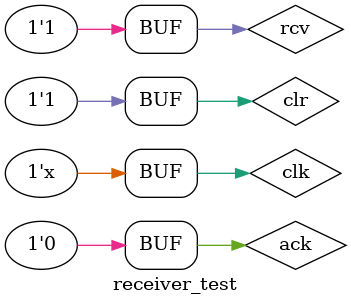
<source format=v>
`timescale 1ns / 1ps

module receiver_test;

/**
 * CS 3700 Final Project: UART
 * Receiver Circuit Test Module
 * 
 * Travis Elnicky & Michael Scutt
 *
 */

	reg clk, clr, rcv, ack;
	wire req;
	wire [7:0] data;

	receiver uut (.clk(clk), .clr(clr), .rcv(rcv), 
		.ack(ack), .req(req), .data(data));

	initial begin

		$display("testing initialized");

		clk = 0;
		clr = 0;
		rcv = 1;
		ack = 0;

		#20; clr = 1;

		#100;

		rcv = 0;

		#36; rcv = 1;
		#36; rcv = 0;
		#36; rcv = 1;
		#36; rcv = 0;
		#36; rcv = 1;
		#36; rcv = 0;
		#36; rcv = 1;
		#36; rcv = 0;
		#36; rcv = 1;

		#100;

		rcv = 0;

		#36; rcv = 0;
		#36; rcv = 0;
		#36; rcv = 0;
		#36; rcv = 0;
		#36; rcv = 0;
		#36; rcv = 0;
		#36; rcv = 0;
		#36; rcv = 0;
		#36; rcv = 1;

		#100;

		rcv = 0;

		#36; rcv = 1;
		#36; rcv = 1;
		#36; rcv = 1;
		#36; rcv = 1;
		#36; rcv = 1;
		#36; rcv = 1;
		#36; rcv = 1;
		#36; rcv = 1;
		#36; rcv = 1;

		#100;

		rcv = 0;

		#36; rcv = 0;
		#36; rcv = 1;
		#36; rcv = 1;
		#36; rcv = 0;
		#36; rcv = 0;
		#36; rcv = 1;
		#36; rcv = 1;
		#36; rcv = 0;
		#36; rcv = 1;

		#100;

		$display("testing complete");
	end

	always #1 clk = ~clk;

endmodule

</source>
